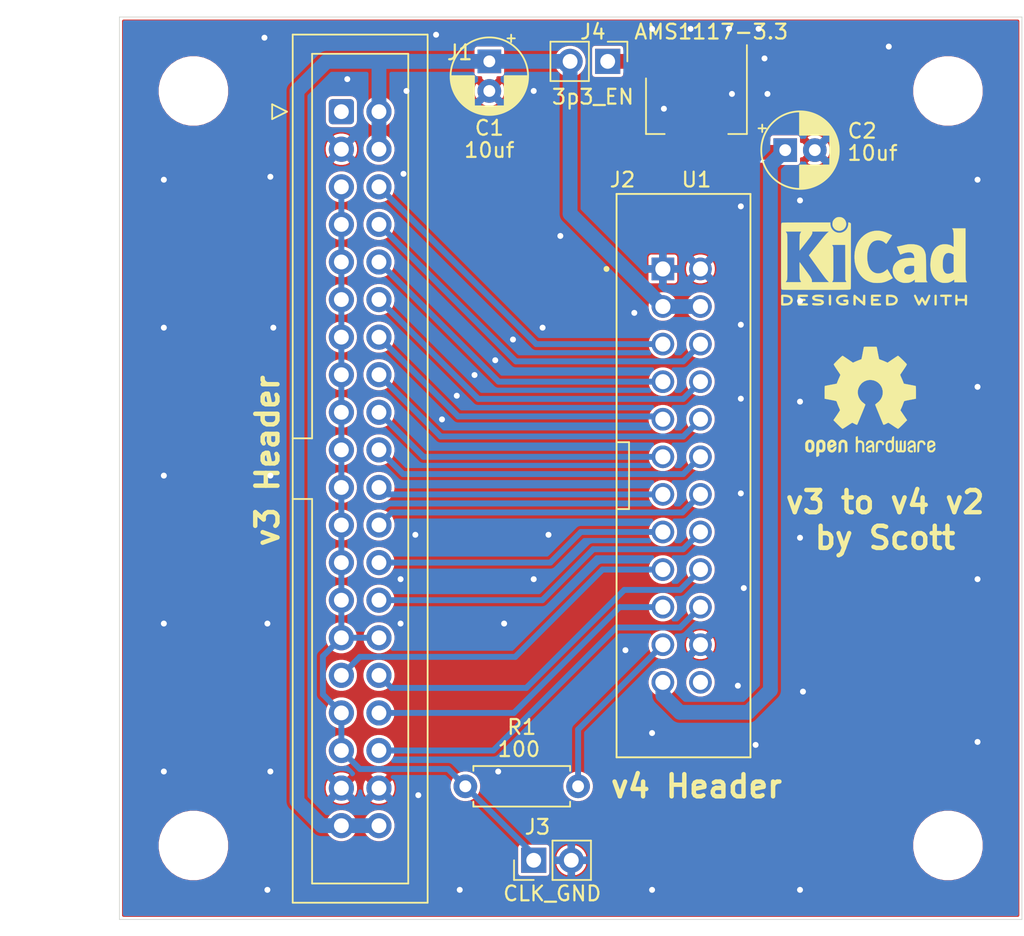
<source format=kicad_pcb>
(kicad_pcb (version 20171130) (host pcbnew "(5.1.10)-1")
  (title_block (title "FPP to Flex") (date 2021-09-03) (rev v2) (company "Scott Hanson"))
  (layers (0 F.Cu signal) (31 B.Cu signal) (34 B.Paste user) (35 F.Paste user) (36 B.SilkS user) (37 F.SilkS user) (38 B.Mask user) (39 F.Mask user) (44 Edge.Cuts user))
  (net 0 "")
  (net 1 +5V)
  (net 2 GND)
  (net 3 OUT16)
  (net 4 OUT15)
  (net 5 OUT14)
  (net 6 OUT12)
  (net 7 OUT11)
  (net 8 OUT10)
  (net 9 OUT9)
  (net 10 OUT8)
  (net 11 OUT7)
  (net 12 OUT6)
  (net 13 OUT5)
  (net 14 OUT4)
  (net 15 OUT3)
  (net 16 OUT2)
  (net 17 OUT1)
  (net 18 OUT13)
  (net 19 "Net-(J1-Pad1)")
  (net 20 +3V3)
  (net 21 CLK_V3)
  (net 22 "Net-(J2-Pad24)")
  (net 23 CLK)
  (net 24 /3p_IN)
  (module Connector_PinHeader_2.54mm:PinHeader_1x02_P2.54mm_Vertical (layer F.Cu) (at 145 77 270)
    (fp_text reference J4 (at -2 1 180) (layer F.SilkS))
    (fp_text value 3p3_EN (at 2.4 1 180) (layer F.SilkS))
    (pad 2 thru_hole oval (at 0 2.54 270) (size 1.7 1.7) (drill 1) (layers *.Cu *.Mask) (net 1 +5V))
    (pad 1 thru_hole rect (at 0 0 270) (size 1.7 1.7) (drill 1) (layers *.Cu *.Mask) (net 24 /3p_IN))
  )
  (module Symbol:OSHW-Logo2_9.8x8mm_SilkScreen (layer F.Cu) (at 162.75 100)
    (fp_text reference REF** hide)
    (fp_text value OSHW-Logo2_9.8x8mm_SilkScreen hide)
  )
  (module Symbol:KiCad-Logo2_5mm_SilkScreen (layer F.Cu) (at 163 90.5)
    (fp_text reference REF** hide)
    (fp_text value KiCad-Logo2_5mm_SilkScreen hide)
  )
  (module Package_TO_SOT_SMD:SOT-223-3_TabPin2 (layer F.Cu) (at 151 80 270)
    (fp_text reference U1 (at 5 0 180) (layer F.SilkS))
    (fp_text value AMS1117-3.3 (at -5 -1 180) (layer F.SilkS))
    (pad 1 smd rect (at -3.15 -2.3 270) (size 2 1.5) (layers F.Cu F.Paste F.Mask) (net 2 GND))
    (pad 3 smd rect (at -3.15 2.3 270) (size 2 1.5) (layers F.Cu F.Paste F.Mask) (net 24 /3p_IN))
    (pad 2 smd rect (at -3.15 0 270) (size 2 1.5) (layers F.Cu F.Paste F.Mask) (net 20 +3V3))
    (pad 2 smd rect (at 3.15 0 270) (size 2 3.8) (layers F.Cu F.Paste F.Mask) (net 20 +3V3))
  )
  (module Resistor_THT:R_Axial_DIN0207_L6.3mm_D2.5mm_P7.62mm_Horizontal (layer F.Cu) (at 143 126 180)
    (fp_text reference R1 (at 3.81 4) (layer F.SilkS))
    (fp_text value 100 (at 4 2.5) (layer F.SilkS))
    (pad 2 thru_hole oval (at 7.62 0 180) (size 1.6 1.6) (drill 0.8) (layers *.Cu *.Mask) (net 21 CLK_V3))
    (pad 1 thru_hole circle (at 0 0 180) (size 1.6 1.6) (drill 0.8) (layers *.Cu *.Mask) (net 23 CLK))
  )
  (module Connector_PinHeader_2.54mm:PinHeader_1x02_P2.54mm_Vertical (layer F.Cu) (at 140 131 90)
    (fp_text reference J3 (at 2.25 0.25 180) (layer F.SilkS))
    (fp_text value CLK_GND (at -2.25 1.25 180) (layer F.SilkS))
    (pad 2 thru_hole oval (at 0 2.54 90) (size 1.7 1.7) (drill 1) (layers *.Cu *.Mask) (net 2 GND))
    (pad 1 thru_hole rect (at 0 0 90) (size 1.7 1.7) (drill 1) (layers *.Cu *.Mask) (net 21 CLK_V3))
  )
  (module Capacitor_THT:CP_Radial_D5.0mm_P2.00mm (layer F.Cu) (at 157 83)
    (fp_text reference C2 (at 5.2 -1.3) (layer F.SilkS))
    (fp_text value 10uf (at 5.9 0.2) (layer F.SilkS))
    (pad 2 thru_hole circle (at 2 0) (size 1.6 1.6) (drill 0.8) (layers *.Cu *.Mask) (net 2 GND))
    (pad 1 thru_hole rect (at 0 0) (size 1.6 1.6) (drill 0.8) (layers *.Cu *.Mask) (net 20 +3V3))
  )
  (module Capacitor_THT:CP_Radial_D5.0mm_P2.00mm (layer F.Cu) (at 137 77 270)
    (fp_text reference C1 (at 4.5 0 180) (layer F.SilkS))
    (fp_text value 10uf (at 6 0 180) (layer F.SilkS))
    (pad 2 thru_hole circle (at 2 0 270) (size 1.6 1.6) (drill 0.8) (layers *.Cu *.Mask) (net 2 GND))
    (pad 1 thru_hole rect (at 0 0 270) (size 1.6 1.6) (drill 0.8) (layers *.Cu *.Mask) (net 1 +5V))
  )
  (module 302-S241:OST_302-S241 (layer F.Cu) (at 150 105 270)
    (fp_text reference J2 (at -20 4 180) (layer F.SilkS))
    (fp_text value "v4 Header" (at 21 -1 180) (layer F.SilkS) (effects (font (size 1.5 1.5) (thickness 0.3))))
    (pad 24 thru_hole circle (at 13.97 -1.27 270) (size 1.53 1.53) (drill 1.02) (layers *.Cu *.Mask) (net 22 "Net-(J2-Pad24)"))
    (pad 23 thru_hole circle (at 13.97 1.27 270) (size 1.53 1.53) (drill 1.02) (layers *.Cu *.Mask) (net 20 +3V3))
    (pad 22 thru_hole circle (at 11.43 -1.27 270) (size 1.53 1.53) (drill 1.02) (layers *.Cu *.Mask) (net 2 GND))
    (pad 21 thru_hole circle (at 11.43 1.27 270) (size 1.53 1.53) (drill 1.02) (layers *.Cu *.Mask) (net 23 CLK))
    (pad 20 thru_hole circle (at 8.89 -1.27 270) (size 1.53 1.53) (drill 1.02) (layers *.Cu *.Mask) (net 3 OUT16))
    (pad 19 thru_hole circle (at 8.89 1.27 270) (size 1.53 1.53) (drill 1.02) (layers *.Cu *.Mask) (net 4 OUT15))
    (pad 18 thru_hole circle (at 6.35 -1.27 270) (size 1.53 1.53) (drill 1.02) (layers *.Cu *.Mask) (net 5 OUT14))
    (pad 17 thru_hole circle (at 6.35 1.27 270) (size 1.53 1.53) (drill 1.02) (layers *.Cu *.Mask) (net 18 OUT13))
    (pad 16 thru_hole circle (at 3.81 -1.27 270) (size 1.53 1.53) (drill 1.02) (layers *.Cu *.Mask) (net 6 OUT12))
    (pad 15 thru_hole circle (at 3.81 1.27 270) (size 1.53 1.53) (drill 1.02) (layers *.Cu *.Mask) (net 7 OUT11))
    (pad 14 thru_hole circle (at 1.27 -1.27 270) (size 1.53 1.53) (drill 1.02) (layers *.Cu *.Mask) (net 8 OUT10))
    (pad 13 thru_hole circle (at 1.27 1.27 270) (size 1.53 1.53) (drill 1.02) (layers *.Cu *.Mask) (net 9 OUT9))
    (pad 12 thru_hole circle (at -1.27 -1.27 270) (size 1.53 1.53) (drill 1.02) (layers *.Cu *.Mask) (net 10 OUT8))
    (pad 11 thru_hole circle (at -1.27 1.27 270) (size 1.53 1.53) (drill 1.02) (layers *.Cu *.Mask) (net 11 OUT7))
    (pad 10 thru_hole circle (at -3.81 -1.27 270) (size 1.53 1.53) (drill 1.02) (layers *.Cu *.Mask) (net 12 OUT6))
    (pad 9 thru_hole circle (at -3.81 1.27 270) (size 1.53 1.53) (drill 1.02) (layers *.Cu *.Mask) (net 13 OUT5))
    (pad 8 thru_hole circle (at -6.35 -1.27 270) (size 1.53 1.53) (drill 1.02) (layers *.Cu *.Mask) (net 14 OUT4))
    (pad 7 thru_hole circle (at -6.35 1.27 270) (size 1.53 1.53) (drill 1.02) (layers *.Cu *.Mask) (net 15 OUT3))
    (pad 6 thru_hole circle (at -8.89 -1.27 270) (size 1.53 1.53) (drill 1.02) (layers *.Cu *.Mask) (net 16 OUT2))
    (pad 5 thru_hole circle (at -8.89 1.27 270) (size 1.53 1.53) (drill 1.02) (layers *.Cu *.Mask) (net 17 OUT1))
    (pad 4 thru_hole circle (at -11.43 -1.27 270) (size 1.53 1.53) (drill 1.02) (layers *.Cu *.Mask) (net 1 +5V))
    (pad 3 thru_hole circle (at -11.43 1.27 270) (size 1.53 1.53) (drill 1.02) (layers *.Cu *.Mask) (net 1 +5V))
    (pad 2 thru_hole circle (at -13.97 -1.27 270) (size 1.53 1.53) (drill 1.02) (layers *.Cu *.Mask) (net 2 GND))
    (pad 1 thru_hole rect (at -13.97 1.27 270) (size 1.53 1.53) (drill 1.02) (layers *.Cu *.Mask) (net 2 GND))
  )
  (module MountingHole:MountingHole_4.3mm_M4 (layer F.Cu) (at 168 130)
    (fp_text reference H4)
    (fp_text value MountingHole)
    (pad 1 np_thru_hole circle (at 0 0) (size 4.3 4.3) (drill 4.3) (layers *.Cu *.Mask))
  )
  (module MountingHole:MountingHole_4.3mm_M4 (layer F.Cu) (at 168 79)
    (fp_text reference H3)
    (fp_text value MountingHole)
    (pad 1 np_thru_hole circle (at 0 0) (size 4.3 4.3) (drill 4.3) (layers *.Cu *.Mask))
  )
  (module MountingHole:MountingHole_4.3mm_M4 (layer F.Cu) (at 117 130)
    (fp_text reference H2)
    (fp_text value MountingHole)
    (pad 1 np_thru_hole circle (at 0 0) (size 4.3 4.3) (drill 4.3) (layers *.Cu *.Mask))
  )
  (module MountingHole:MountingHole_4.3mm_M4 (layer F.Cu) (at 117 79)
    (fp_text reference H1)
    (fp_text value MountingHole)
    (pad 1 np_thru_hole circle (at 0 0) (size 4.3 4.3) (drill 4.3) (layers *.Cu *.Mask))
  )
  (module Connector_IDC:IDC-Header_2x20_P2.54mm_Vertical (layer F.Cu) (at 127 80.4)
    (fp_text reference J1 (at 8 -4) (layer F.SilkS))
    (fp_text value "v3 Header" (at -5 23.6 90) (layer F.SilkS) (effects (font (size 1.5 1.5) (thickness 0.3))))
    (pad 40 thru_hole circle (at 2.54 48.26) (size 1.7 1.7) (drill 1) (layers *.Cu *.Mask) (net 1 +5V))
    (pad 38 thru_hole circle (at 2.54 45.72) (size 1.7 1.7) (drill 1) (layers *.Cu *.Mask) (net 2 GND))
    (pad 36 thru_hole circle (at 2.54 43.18) (size 1.7 1.7) (drill 1) (layers *.Cu *.Mask) (net 3 OUT16))
    (pad 34 thru_hole circle (at 2.54 40.64) (size 1.7 1.7) (drill 1) (layers *.Cu *.Mask) (net 4 OUT15))
    (pad 32 thru_hole circle (at 2.54 38.1) (size 1.7 1.7) (drill 1) (layers *.Cu *.Mask) (net 5 OUT14))
    (pad 30 thru_hole circle (at 2.54 35.56) (size 1.7 1.7) (drill 1) (layers *.Cu *.Mask) (net 21 CLK_V3))
    (pad 28 thru_hole circle (at 2.54 33.02) (size 1.7 1.7) (drill 1) (layers *.Cu *.Mask) (net 6 OUT12))
    (pad 26 thru_hole circle (at 2.54 30.48) (size 1.7 1.7) (drill 1) (layers *.Cu *.Mask) (net 7 OUT11))
    (pad 24 thru_hole circle (at 2.54 27.94) (size 1.7 1.7) (drill 1) (layers *.Cu *.Mask) (net 8 OUT10))
    (pad 22 thru_hole circle (at 2.54 25.4) (size 1.7 1.7) (drill 1) (layers *.Cu *.Mask) (net 9 OUT9))
    (pad 20 thru_hole circle (at 2.54 22.86) (size 1.7 1.7) (drill 1) (layers *.Cu *.Mask) (net 10 OUT8))
    (pad 18 thru_hole circle (at 2.54 20.32) (size 1.7 1.7) (drill 1) (layers *.Cu *.Mask) (net 11 OUT7))
    (pad 16 thru_hole circle (at 2.54 17.78) (size 1.7 1.7) (drill 1) (layers *.Cu *.Mask) (net 12 OUT6))
    (pad 14 thru_hole circle (at 2.54 15.24) (size 1.7 1.7) (drill 1) (layers *.Cu *.Mask) (net 13 OUT5))
    (pad 12 thru_hole circle (at 2.54 12.7) (size 1.7 1.7) (drill 1) (layers *.Cu *.Mask) (net 14 OUT4))
    (pad 10 thru_hole circle (at 2.54 10.16) (size 1.7 1.7) (drill 1) (layers *.Cu *.Mask) (net 15 OUT3))
    (pad 8 thru_hole circle (at 2.54 7.62) (size 1.7 1.7) (drill 1) (layers *.Cu *.Mask) (net 16 OUT2))
    (pad 6 thru_hole circle (at 2.54 5.08) (size 1.7 1.7) (drill 1) (layers *.Cu *.Mask) (net 17 OUT1))
    (pad 4 thru_hole circle (at 2.54 2.54) (size 1.7 1.7) (drill 1) (layers *.Cu *.Mask) (net 1 +5V))
    (pad 2 thru_hole circle (at 2.54 0) (size 1.7 1.7) (drill 1) (layers *.Cu *.Mask) (net 1 +5V))
    (pad 39 thru_hole circle (at 0 48.26) (size 1.7 1.7) (drill 1) (layers *.Cu *.Mask) (net 1 +5V))
    (pad 37 thru_hole circle (at 0 45.72) (size 1.7 1.7) (drill 1) (layers *.Cu *.Mask) (net 2 GND))
    (pad 35 thru_hole circle (at 0 43.18) (size 1.7 1.7) (drill 1) (layers *.Cu *.Mask) (net 21 CLK_V3))
    (pad 33 thru_hole circle (at 0 40.64) (size 1.7 1.7) (drill 1) (layers *.Cu *.Mask) (net 21 CLK_V3))
    (pad 31 thru_hole circle (at 0 38.1) (size 1.7 1.7) (drill 1) (layers *.Cu *.Mask) (net 18 OUT13))
    (pad 29 thru_hole circle (at 0 35.56) (size 1.7 1.7) (drill 1) (layers *.Cu *.Mask) (net 21 CLK_V3))
    (pad 27 thru_hole circle (at 0 33.02) (size 1.7 1.7) (drill 1) (layers *.Cu *.Mask) (net 21 CLK_V3))
    (pad 25 thru_hole circle (at 0 30.48) (size 1.7 1.7) (drill 1) (layers *.Cu *.Mask) (net 21 CLK_V3))
    (pad 23 thru_hole circle (at 0 27.94) (size 1.7 1.7) (drill 1) (layers *.Cu *.Mask) (net 21 CLK_V3))
    (pad 21 thru_hole circle (at 0 25.4) (size 1.7 1.7) (drill 1) (layers *.Cu *.Mask) (net 21 CLK_V3))
    (pad 19 thru_hole circle (at 0 22.86) (size 1.7 1.7) (drill 1) (layers *.Cu *.Mask) (net 21 CLK_V3))
    (pad 17 thru_hole circle (at 0 20.32) (size 1.7 1.7) (drill 1) (layers *.Cu *.Mask) (net 21 CLK_V3))
    (pad 15 thru_hole circle (at 0 17.78) (size 1.7 1.7) (drill 1) (layers *.Cu *.Mask) (net 21 CLK_V3))
    (pad 13 thru_hole circle (at 0 15.24) (size 1.7 1.7) (drill 1) (layers *.Cu *.Mask) (net 21 CLK_V3))
    (pad 11 thru_hole circle (at 0 12.7) (size 1.7 1.7) (drill 1) (layers *.Cu *.Mask) (net 21 CLK_V3))
    (pad 9 thru_hole circle (at 0 10.16) (size 1.7 1.7) (drill 1) (layers *.Cu *.Mask) (net 21 CLK_V3))
    (pad 7 thru_hole circle (at 0 7.62) (size 1.7 1.7) (drill 1) (layers *.Cu *.Mask) (net 21 CLK_V3))
    (pad 5 thru_hole circle (at 0 5.08) (size 1.7 1.7) (drill 1) (layers *.Cu *.Mask) (net 21 CLK_V3))
    (pad 3 thru_hole circle (at 0 2.54) (size 1.7 1.7) (drill 1) (layers *.Cu *.Mask) (net 2 GND))
    (pad 1 thru_hole roundrect (at 0 0) (size 1.7 1.7) (drill 1) (layers *.Cu *.Mask) (roundrect_rratio 0.1470588235294118) (net 19 "Net-(J1-Pad1)"))
  )
  (gr_text "v3 to v4 v2\nby Scott" (at 163.75 108) (layer F.SilkS) (effects (font (size 1.5 1.5) (thickness 0.3))))
  (gr_line (start 112 135) (end 112 74) (layer Edge.Cuts) (width 0.05))
  (gr_line (start 173 135) (end 112 135) (layer Edge.Cuts) (width 0.05))
  (gr_line (start 173 74) (end 173 135) (layer Edge.Cuts) (width 0.05))
  (gr_line (start 112 74) (end 173 74) (layer Edge.Cuts) (width 0.05))
  (segment (start 129.54 82.94) (end 129.54 80.4) (width 1) (layer B.Cu) (net 1))
  (segment (start 137 77) (end 132.94 77) (width 1) (layer B.Cu) (net 1))
  (segment (start 137 77) (end 142.46 77) (width 1) (layer B.Cu) (net 1))
  (segment (start 142.46 87.3) (end 148.73 93.57) (width 1) (layer B.Cu) (net 1))
  (segment (start 142.46 77) (end 142.46 87.3) (width 1) (layer B.Cu) (net 1))
  (segment (start 151.27 93.57) (end 148.73 93.57) (width 1) (layer B.Cu) (net 1))
  (segment (start 129.54 128.66) (end 127 128.66) (width 1) (layer B.Cu) (net 1))
  (segment (start 127 128.66) (end 125.66 128.66) (width 1) (layer B.Cu) (net 1))
  (segment (start 125.66 128.66) (end 124 127) (width 1) (layer B.Cu) (net 1))
  (segment (start 124 127) (end 124 79) (width 1) (layer B.Cu) (net 1))
  (segment (start 126 77) (end 132.94 77) (width 1) (layer B.Cu) (net 1))
  (segment (start 124 79) (end 126 77) (width 1) (layer B.Cu) (net 1))
  (segment (start 129.54 77) (end 129.54 80.4) (width 1) (layer B.Cu) (net 1))
  (segment (start 132.94 77) (end 129.54 77) (width 1) (layer B.Cu) (net 1))
  (via (at 115 85) (size 0.8) (drill 0.4) (layers F.Cu B.Cu) (net 2))
  (via (at 115 95) (size 0.8) (drill 0.4) (layers F.Cu B.Cu) (net 2))
  (via (at 115 105) (size 0.8) (drill 0.4) (layers F.Cu B.Cu) (net 2))
  (via (at 115 115) (size 0.8) (drill 0.4) (layers F.Cu B.Cu) (net 2))
  (via (at 115 125) (size 0.8) (drill 0.4) (layers F.Cu B.Cu) (net 2))
  (via (at 138 115) (size 0.8) (drill 0.4) (layers F.Cu B.Cu) (net 2))
  (via (at 141 109) (size 0.8) (drill 0.4) (layers F.Cu B.Cu) (net 2))
  (via (at 140 112) (size 0.8) (drill 0.4) (layers F.Cu B.Cu) (net 2))
  (via (at 132 109) (size 0.8) (drill 0.4) (layers F.Cu B.Cu) (net 2))
  (via (at 131 112) (size 0.8) (drill 0.4) (layers F.Cu B.Cu) (net 2))
  (via (at 131 115) (size 0.8) (drill 0.4) (layers F.Cu B.Cu) (net 2))
  (via (at 134.8 99.6) (size 0.8) (drill 0.4) (layers F.Cu B.Cu) (net 2))
  (via (at 133.8 101.2) (size 0.8) (drill 0.4) (layers F.Cu B.Cu) (net 2))
  (via (at 136 98.2) (size 0.8) (drill 0.4) (layers F.Cu B.Cu) (net 2))
  (via (at 138.6 95.8) (size 0.8) (drill 0.4) (layers F.Cu B.Cu) (net 2))
  (via (at 137.4 97.2) (size 0.8) (drill 0.4) (layers F.Cu B.Cu) (net 2))
  (via (at 140.6 95) (size 0.8) (drill 0.4) (layers F.Cu B.Cu) (net 2))
  (via (at 141.8 88.8) (size 0.8) (drill 0.4) (layers F.Cu B.Cu) (net 2))
  (via (at 131.2 84.6) (size 0.8) (drill 0.4) (layers F.Cu B.Cu) (net 2))
  (via (at 146.8 94) (size 0.8) (drill 0.4) (layers F.Cu B.Cu) (net 2))
  (via (at 131.4 79) (size 0.8) (drill 0.4) (layers F.Cu B.Cu) (net 2))
  (via (at 127.4 78.2) (size 0.8) (drill 0.4) (layers F.Cu B.Cu) (net 2))
  (via (at 133.4 75.2) (size 0.8) (drill 0.4) (layers F.Cu B.Cu) (net 2))
  (via (at 121.8 75.4) (size 0.8) (drill 0.4) (layers F.Cu B.Cu) (net 2))
  (via (at 153.4 79.2) (size 0.8) (drill 0.4) (layers F.Cu B.Cu) (net 2))
  (via (at 155.6 76.8) (size 0.8) (drill 0.4) (layers F.Cu B.Cu) (net 2))
  (via (at 153.2 74.8) (size 0.8) (drill 0.4) (layers F.Cu B.Cu) (net 2))
  (via (at 150.6 74.8) (size 0.8) (drill 0.4) (layers F.Cu B.Cu) (net 2))
  (via (at 148 74.8) (size 0.8) (drill 0.4) (layers F.Cu B.Cu) (net 2))
  (via (at 155.2 74.8) (size 0.8) (drill 0.4) (layers F.Cu B.Cu) (net 2))
  (via (at 155.8 79.2) (size 0.8) (drill 0.4) (layers F.Cu B.Cu) (net 2))
  (via (at 148.8 80.2) (size 0.8) (drill 0.4) (layers F.Cu B.Cu) (net 2))
  (via (at 158 86.4) (size 0.8) (drill 0.4) (layers F.Cu B.Cu) (net 2))
  (via (at 158 93.2) (size 0.8) (drill 0.4) (layers F.Cu B.Cu) (net 2))
  (via (at 158 100) (size 0.8) (drill 0.4) (layers F.Cu B.Cu) (net 2))
  (via (at 158 109.2) (size 0.8) (drill 0.4) (layers F.Cu B.Cu) (net 2))
  (via (at 158.2 119.6) (size 0.8) (drill 0.4) (layers F.Cu B.Cu) (net 2))
  (via (at 154 94.8) (size 0.8) (drill 0.4) (layers F.Cu B.Cu) (net 2))
  (via (at 154 99.8) (size 0.8) (drill 0.4) (layers F.Cu B.Cu) (net 2))
  (via (at 154.2 112.6) (size 0.8) (drill 0.4) (layers F.Cu B.Cu) (net 2))
  (via (at 153.8 119.2) (size 0.8) (drill 0.4) (layers F.Cu B.Cu) (net 2))
  (via (at 155 123.2) (size 0.8) (drill 0.4) (layers F.Cu B.Cu) (net 2))
  (via (at 148 122.4) (size 0.8) (drill 0.4) (layers F.Cu B.Cu) (net 2))
  (via (at 146.2 116.8) (size 0.8) (drill 0.4) (layers F.Cu B.Cu) (net 2))
  (via (at 137.6 125) (size 0.8) (drill 0.4) (layers F.Cu B.Cu) (net 2))
  (via (at 132.2 126.6) (size 0.8) (drill 0.4) (layers F.Cu B.Cu) (net 2))
  (via (at 122.2 125) (size 0.8) (drill 0.4) (layers F.Cu B.Cu) (net 2))
  (via (at 122 115) (size 0.8) (drill 0.4) (layers F.Cu B.Cu) (net 2))
  (via (at 122.2 105) (size 0.8) (drill 0.4) (layers F.Cu B.Cu) (net 2))
  (via (at 122.4 95) (size 0.8) (drill 0.4) (layers F.Cu B.Cu) (net 2))
  (via (at 122.2 84.8) (size 0.8) (drill 0.4) (layers F.Cu B.Cu) (net 2))
  (via (at 154 106.2) (size 0.8) (drill 0.4) (layers F.Cu B.Cu) (net 2))
  (via (at 154 86.8) (size 0.8) (drill 0.4) (layers F.Cu B.Cu) (net 2))
  (via (at 122 133) (size 0.8) (drill 0.4) (layers F.Cu B.Cu) (net 2))
  (via (at 135 133) (size 0.8) (drill 0.4) (layers F.Cu B.Cu) (net 2))
  (via (at 148 133) (size 0.8) (drill 0.4) (layers F.Cu B.Cu) (net 2))
  (via (at 158 133) (size 0.8) (drill 0.4) (layers F.Cu B.Cu) (net 2))
  (via (at 170 123) (size 0.8) (drill 0.4) (layers F.Cu B.Cu) (net 2))
  (via (at 170 112) (size 0.8) (drill 0.4) (layers F.Cu B.Cu) (net 2))
  (via (at 170 99) (size 0.8) (drill 0.4) (layers F.Cu B.Cu) (net 2))
  (via (at 170 85) (size 0.8) (drill 0.4) (layers F.Cu B.Cu) (net 2))
  (via (at 164 76) (size 0.8) (drill 0.4) (layers F.Cu B.Cu) (net 2))
  (via (at 140 79) (size 0.8) (drill 0.4) (layers F.Cu B.Cu) (net 2))
  (segment (start 129.54 123.58) (end 137.268542 123.58) (width 0.4) (layer B.Cu) (net 3))
  (segment (start 137.268542 123.58) (end 145.583543 115.264999) (width 0.4) (layer B.Cu) (net 3))
  (segment (start 145.583543 115.264999) (end 149.895001 115.264999) (width 0.4) (layer B.Cu) (net 3))
  (segment (start 149.895001 115.264999) (end 151.27 113.89) (width 0.4) (layer B.Cu) (net 3))
  (segment (start 148.73 113.89) (end 145.807085 113.89) (width 0.4) (layer B.Cu) (net 4))
  (segment (start 138.657085 121.04) (end 130.742081 121.04) (width 0.4) (layer B.Cu) (net 4))
  (segment (start 145.807085 113.89) (end 138.657085 121.04) (width 0.4) (layer B.Cu) (net 4))
  (segment (start 130.742081 121.04) (end 129.54 121.04) (width 0.4) (layer B.Cu) (net 4))
  (segment (start 129.54 118.5) (end 130.389999 119.349999) (width 0.4) (layer B.Cu) (net 5))
  (segment (start 130.389999 119.349999) (end 139.498543 119.349999) (width 0.4) (layer B.Cu) (net 5))
  (segment (start 139.498543 119.349999) (end 146.123543 112.724999) (width 0.4) (layer B.Cu) (net 5))
  (segment (start 146.123543 112.724999) (end 149.895001 112.724999) (width 0.4) (layer B.Cu) (net 5))
  (segment (start 149.895001 112.724999) (end 151.27 111.35) (width 0.4) (layer B.Cu) (net 5))
  (segment (start 129.54 113.42) (end 140.58 113.42) (width 0.4) (layer B.Cu) (net 6))
  (segment (start 150.104999 109.975001) (end 151.27 108.81) (width 0.4) (layer B.Cu) (net 6))
  (segment (start 144.024999 109.975001) (end 150.104999 109.975001) (width 0.4) (layer B.Cu) (net 6))
  (segment (start 140.58 113.42) (end 144.024999 109.975001) (width 0.4) (layer B.Cu) (net 6))
  (segment (start 148.73 108.81) (end 143.19 108.81) (width 0.4) (layer B.Cu) (net 7))
  (segment (start 141.12 110.88) (end 129.54 110.88) (width 0.4) (layer B.Cu) (net 7))
  (segment (start 143.19 108.81) (end 141.12 110.88) (width 0.4) (layer B.Cu) (net 7))
  (segment (start 150.049999 107.490001) (end 151.27 106.27) (width 0.4) (layer B.Cu) (net 8))
  (segment (start 130.389999 107.490001) (end 150.049999 107.490001) (width 0.4) (layer B.Cu) (net 8))
  (segment (start 129.54 108.34) (end 130.389999 107.490001) (width 0.4) (layer B.Cu) (net 8))
  (segment (start 130.01 106.27) (end 129.54 105.8) (width 0.4) (layer B.Cu) (net 9))
  (segment (start 148.73 106.27) (end 130.01 106.27) (width 0.4) (layer B.Cu) (net 9))
  (segment (start 129.54 103.26) (end 131.175001 104.895001) (width 0.4) (layer B.Cu) (net 10))
  (segment (start 131.175001 104.895001) (end 150.104999 104.895001) (width 0.4) (layer B.Cu) (net 10))
  (segment (start 150.104999 104.895001) (end 151.27 103.73) (width 0.4) (layer B.Cu) (net 10))
  (segment (start 148.73 103.73) (end 132.55 103.73) (width 0.4) (layer B.Cu) (net 11))
  (segment (start 132.55 103.73) (end 129.54 100.72) (width 0.4) (layer B.Cu) (net 11))
  (segment (start 133.715001 102.355001) (end 129.54 98.18) (width 0.4) (layer B.Cu) (net 12))
  (segment (start 150.104999 102.355001) (end 133.715001 102.355001) (width 0.4) (layer B.Cu) (net 12))
  (segment (start 151.27 101.19) (end 150.104999 102.355001) (width 0.4) (layer B.Cu) (net 12))
  (segment (start 129.54 95.64) (end 134.9 101) (width 0.4) (layer B.Cu) (net 13))
  (segment (start 148.54 101) (end 148.73 101.19) (width 0.4) (layer B.Cu) (net 13))
  (segment (start 134.9 101) (end 148.54 101) (width 0.4) (layer B.Cu) (net 13))
  (segment (start 150.104999 99.815001) (end 151.27 98.65) (width 0.4) (layer B.Cu) (net 14))
  (segment (start 136.255001 99.815001) (end 150.104999 99.815001) (width 0.4) (layer B.Cu) (net 14))
  (segment (start 129.54 93.1) (end 136.255001 99.815001) (width 0.4) (layer B.Cu) (net 14))
  (segment (start 137.63 98.65) (end 129.54 90.56) (width 0.4) (layer B.Cu) (net 15))
  (segment (start 148.73 98.65) (end 137.63 98.65) (width 0.4) (layer B.Cu) (net 15))
  (segment (start 150.104999 97.275001) (end 151.27 96.11) (width 0.4) (layer B.Cu) (net 16))
  (segment (start 138.795001 97.275001) (end 150.104999 97.275001) (width 0.4) (layer B.Cu) (net 16))
  (segment (start 129.54 88.02) (end 138.795001 97.275001) (width 0.4) (layer B.Cu) (net 16))
  (segment (start 140.17 96.11) (end 129.54 85.48) (width 0.4) (layer B.Cu) (net 17))
  (segment (start 148.73 96.11) (end 140.17 96.11) (width 0.4) (layer B.Cu) (net 17))
  (segment (start 148.73 111.35) (end 144.65 111.35) (width 0.4) (layer B.Cu) (net 18))
  (segment (start 128.250001 117.249999) (end 127 118.5) (width 0.4) (layer B.Cu) (net 18))
  (segment (start 138.750001 117.249999) (end 128.250001 117.249999) (width 0.4) (layer B.Cu) (net 18))
  (segment (start 144.65 111.35) (end 138.750001 117.249999) (width 0.4) (layer B.Cu) (net 18))
  (segment (start 151 76.85) (end 151 83.15) (width 1) (layer F.Cu) (net 20))
  (segment (start 156.85 83.15) (end 157 83) (width 1) (layer F.Cu) (net 20))
  (segment (start 151 83.15) (end 156.85 83.15) (width 1) (layer F.Cu) (net 20))
  (segment (start 149.88 121) (end 148.73 119.85) (width 1) (layer B.Cu) (net 20))
  (segment (start 148.73 119.85) (end 148.73 118.97) (width 1) (layer B.Cu) (net 20))
  (segment (start 154.5 121) (end 149.88 121) (width 1) (layer B.Cu) (net 20))
  (segment (start 156 119.5) (end 154.5 121) (width 1) (layer B.Cu) (net 20))
  (segment (start 156 84) (end 156 119.5) (width 1) (layer B.Cu) (net 20))
  (segment (start 157 83) (end 156 84) (width 1) (layer B.Cu) (net 20))
  (segment (start 127 85.48) (end 127 115.96) (width 0.4) (layer B.Cu) (net 21))
  (segment (start 129.54 115.96) (end 127 115.96) (width 0.4) (layer B.Cu) (net 21))
  (segment (start 127 121.04) (end 127 123.58) (width 0.4) (layer B.Cu) (net 21))
  (segment (start 125.749999 119.789999) (end 127 121.04) (width 0.4) (layer B.Cu) (net 21))
  (segment (start 125.749999 117.210001) (end 125.749999 119.789999) (width 0.4) (layer B.Cu) (net 21))
  (segment (start 127 115.96) (end 125.749999 117.210001) (width 0.4) (layer B.Cu) (net 21))
  (segment (start 134.210001 124.830001) (end 135.38 126) (width 0.4) (layer B.Cu) (net 21))
  (segment (start 128.250001 124.830001) (end 134.210001 124.830001) (width 0.4) (layer B.Cu) (net 21))
  (segment (start 127 123.58) (end 128.250001 124.830001) (width 0.4) (layer B.Cu) (net 21))
  (segment (start 140 130.62) (end 140 131) (width 0.4) (layer B.Cu) (net 21))
  (segment (start 135.38 126) (end 140 130.62) (width 0.4) (layer B.Cu) (net 21))
  (segment (start 143 122.16) (end 148.73 116.43) (width 0.4) (layer B.Cu) (net 23))
  (segment (start 143 126) (end 143 122.16) (width 0.4) (layer B.Cu) (net 23))
  (segment (start 148.55 77) (end 148.7 76.85) (width 1) (layer F.Cu) (net 24))
  (segment (start 145 77) (end 148.55 77) (width 1) (layer F.Cu) (net 24))
  (zone (net 2) (net_name GND) (layer B.Cu) (connect_pads (clearance 0.208)) (min_thickness 0.254) (fill yes (arc_segments 32) (thermal_gap 0.308) (thermal_bridge_width 0.508))
    (polygon (pts (xy 173 135) (xy 112 135) (xy 112 74) (xy 173 74)))
  )
  (zone (net 2) (net_name GND) (layer F.Cu) (connect_pads (clearance 0.15)) (min_thickness 0.2) (fill yes (arc_segments 32) (thermal_gap 0.208) (thermal_bridge_width 0.508))
    (polygon (pts (xy 173 135) (xy 112 135) (xy 112 74) (xy 173 74)))
  )
)
</source>
